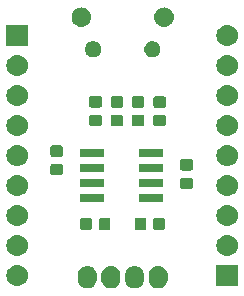
<source format=gbs>
G04 #@! TF.GenerationSoftware,KiCad,Pcbnew,(5.1.2)-1*
G04 #@! TF.CreationDate,2020-01-01T10:54:38+09:00*
G04 #@! TF.ProjectId,converter,636f6e76-6572-4746-9572-2e6b69636164,v1.0*
G04 #@! TF.SameCoordinates,Original*
G04 #@! TF.FileFunction,Soldermask,Bot*
G04 #@! TF.FilePolarity,Negative*
%FSLAX46Y46*%
G04 Gerber Fmt 4.6, Leading zero omitted, Abs format (unit mm)*
G04 Created by KiCad (PCBNEW (5.1.2)-1) date 2020-01-01 10:54:38*
%MOMM*%
%LPD*%
G04 APERTURE LIST*
%ADD10C,0.100000*%
G04 APERTURE END LIST*
D10*
G36*
X109159376Y-149060764D02*
G01*
X109312525Y-149107221D01*
X109312630Y-149107253D01*
X109453863Y-149182744D01*
X109577659Y-149284341D01*
X109679256Y-149408137D01*
X109754747Y-149549370D01*
X109754748Y-149549373D01*
X109801236Y-149702625D01*
X109813000Y-149822068D01*
X109813000Y-150177933D01*
X109801236Y-150297376D01*
X109781332Y-150362991D01*
X109754747Y-150450630D01*
X109679256Y-150591863D01*
X109577659Y-150715659D01*
X109453863Y-150817256D01*
X109312629Y-150892747D01*
X109312626Y-150892748D01*
X109159375Y-150939236D01*
X109000000Y-150954933D01*
X108840624Y-150939236D01*
X108687373Y-150892748D01*
X108687370Y-150892747D01*
X108546137Y-150817256D01*
X108422341Y-150715659D01*
X108320744Y-150591863D01*
X108245253Y-150450629D01*
X108245252Y-150450626D01*
X108198764Y-150297375D01*
X108190921Y-150217746D01*
X108187000Y-150177933D01*
X108187000Y-149822066D01*
X108198764Y-149702626D01*
X108198764Y-149702624D01*
X108245252Y-149549373D01*
X108245253Y-149549370D01*
X108320744Y-149408137D01*
X108422341Y-149284341D01*
X108546137Y-149182744D01*
X108687371Y-149107253D01*
X108687476Y-149107221D01*
X108840625Y-149060764D01*
X109000000Y-149045067D01*
X109159376Y-149060764D01*
X109159376Y-149060764D01*
G37*
G36*
X107159376Y-149060764D02*
G01*
X107312525Y-149107221D01*
X107312630Y-149107253D01*
X107453863Y-149182744D01*
X107577659Y-149284341D01*
X107679256Y-149408137D01*
X107754747Y-149549370D01*
X107754748Y-149549373D01*
X107801236Y-149702625D01*
X107813000Y-149822068D01*
X107813000Y-150177933D01*
X107801236Y-150297376D01*
X107781332Y-150362991D01*
X107754747Y-150450630D01*
X107679256Y-150591863D01*
X107577659Y-150715659D01*
X107453863Y-150817256D01*
X107312629Y-150892747D01*
X107312626Y-150892748D01*
X107159375Y-150939236D01*
X107000000Y-150954933D01*
X106840624Y-150939236D01*
X106687373Y-150892748D01*
X106687370Y-150892747D01*
X106546137Y-150817256D01*
X106422341Y-150715659D01*
X106320744Y-150591863D01*
X106245253Y-150450629D01*
X106245252Y-150450626D01*
X106198764Y-150297375D01*
X106190921Y-150217746D01*
X106187000Y-150177933D01*
X106187000Y-149822066D01*
X106198764Y-149702626D01*
X106198764Y-149702624D01*
X106245252Y-149549373D01*
X106245253Y-149549370D01*
X106320744Y-149408137D01*
X106422341Y-149284341D01*
X106546137Y-149182744D01*
X106687371Y-149107253D01*
X106687476Y-149107221D01*
X106840625Y-149060764D01*
X107000000Y-149045067D01*
X107159376Y-149060764D01*
X107159376Y-149060764D01*
G37*
G36*
X105159376Y-149060764D02*
G01*
X105312525Y-149107221D01*
X105312630Y-149107253D01*
X105453863Y-149182744D01*
X105577659Y-149284341D01*
X105679256Y-149408137D01*
X105754747Y-149549370D01*
X105754748Y-149549373D01*
X105801236Y-149702625D01*
X105813000Y-149822068D01*
X105813000Y-150177933D01*
X105801236Y-150297376D01*
X105781332Y-150362991D01*
X105754747Y-150450630D01*
X105679256Y-150591863D01*
X105577659Y-150715659D01*
X105453863Y-150817256D01*
X105312629Y-150892747D01*
X105312626Y-150892748D01*
X105159375Y-150939236D01*
X105000000Y-150954933D01*
X104840624Y-150939236D01*
X104687373Y-150892748D01*
X104687370Y-150892747D01*
X104546137Y-150817256D01*
X104422341Y-150715659D01*
X104320744Y-150591863D01*
X104245253Y-150450629D01*
X104245252Y-150450626D01*
X104198764Y-150297375D01*
X104190921Y-150217746D01*
X104187000Y-150177933D01*
X104187000Y-149822066D01*
X104198764Y-149702626D01*
X104198764Y-149702624D01*
X104245252Y-149549373D01*
X104245253Y-149549370D01*
X104320744Y-149408137D01*
X104422341Y-149284341D01*
X104546137Y-149182744D01*
X104687371Y-149107253D01*
X104687476Y-149107221D01*
X104840625Y-149060764D01*
X105000000Y-149045067D01*
X105159376Y-149060764D01*
X105159376Y-149060764D01*
G37*
G36*
X111159376Y-149060764D02*
G01*
X111312525Y-149107221D01*
X111312630Y-149107253D01*
X111453863Y-149182744D01*
X111577659Y-149284341D01*
X111679256Y-149408137D01*
X111754747Y-149549370D01*
X111754748Y-149549373D01*
X111801236Y-149702625D01*
X111813000Y-149822068D01*
X111813000Y-150177933D01*
X111801236Y-150297376D01*
X111781332Y-150362991D01*
X111754747Y-150450630D01*
X111679256Y-150591863D01*
X111577659Y-150715659D01*
X111453863Y-150817256D01*
X111312629Y-150892747D01*
X111312626Y-150892748D01*
X111159375Y-150939236D01*
X111000000Y-150954933D01*
X110840624Y-150939236D01*
X110687373Y-150892748D01*
X110687370Y-150892747D01*
X110546137Y-150817256D01*
X110422341Y-150715659D01*
X110320744Y-150591863D01*
X110245253Y-150450629D01*
X110245252Y-150450626D01*
X110198764Y-150297375D01*
X110190921Y-150217746D01*
X110187000Y-150177933D01*
X110187000Y-149822066D01*
X110198764Y-149702626D01*
X110198764Y-149702624D01*
X110245252Y-149549373D01*
X110245253Y-149549370D01*
X110320744Y-149408137D01*
X110422341Y-149284341D01*
X110546137Y-149182744D01*
X110687371Y-149107253D01*
X110687476Y-149107221D01*
X110840625Y-149060764D01*
X111000000Y-149045067D01*
X111159376Y-149060764D01*
X111159376Y-149060764D01*
G37*
G36*
X117741000Y-150761000D02*
G01*
X115939000Y-150761000D01*
X115939000Y-148959000D01*
X117741000Y-148959000D01*
X117741000Y-150761000D01*
X117741000Y-150761000D01*
G37*
G36*
X99170443Y-148965519D02*
G01*
X99236627Y-148972037D01*
X99406466Y-149023557D01*
X99562991Y-149107222D01*
X99598729Y-149136552D01*
X99700186Y-149219814D01*
X99783448Y-149321271D01*
X99812778Y-149357009D01*
X99896443Y-149513534D01*
X99947963Y-149683373D01*
X99965359Y-149860000D01*
X99947963Y-150036627D01*
X99896443Y-150206466D01*
X99812778Y-150362991D01*
X99783448Y-150398729D01*
X99700186Y-150500186D01*
X99598729Y-150583448D01*
X99562991Y-150612778D01*
X99406466Y-150696443D01*
X99236627Y-150747963D01*
X99170443Y-150754481D01*
X99104260Y-150761000D01*
X99015740Y-150761000D01*
X98949557Y-150754481D01*
X98883373Y-150747963D01*
X98713534Y-150696443D01*
X98557009Y-150612778D01*
X98521271Y-150583448D01*
X98419814Y-150500186D01*
X98336552Y-150398729D01*
X98307222Y-150362991D01*
X98223557Y-150206466D01*
X98172037Y-150036627D01*
X98154641Y-149860000D01*
X98172037Y-149683373D01*
X98223557Y-149513534D01*
X98307222Y-149357009D01*
X98336552Y-149321271D01*
X98419814Y-149219814D01*
X98521271Y-149136552D01*
X98557009Y-149107222D01*
X98713534Y-149023557D01*
X98883373Y-148972037D01*
X98949557Y-148965519D01*
X99015740Y-148959000D01*
X99104260Y-148959000D01*
X99170443Y-148965519D01*
X99170443Y-148965519D01*
G37*
G36*
X116950442Y-146425518D02*
G01*
X117016627Y-146432037D01*
X117186466Y-146483557D01*
X117342991Y-146567222D01*
X117378729Y-146596552D01*
X117480186Y-146679814D01*
X117563448Y-146781271D01*
X117592778Y-146817009D01*
X117676443Y-146973534D01*
X117727963Y-147143373D01*
X117745359Y-147320000D01*
X117727963Y-147496627D01*
X117676443Y-147666466D01*
X117592778Y-147822991D01*
X117563448Y-147858729D01*
X117480186Y-147960186D01*
X117378729Y-148043448D01*
X117342991Y-148072778D01*
X117186466Y-148156443D01*
X117016627Y-148207963D01*
X116950442Y-148214482D01*
X116884260Y-148221000D01*
X116795740Y-148221000D01*
X116729558Y-148214482D01*
X116663373Y-148207963D01*
X116493534Y-148156443D01*
X116337009Y-148072778D01*
X116301271Y-148043448D01*
X116199814Y-147960186D01*
X116116552Y-147858729D01*
X116087222Y-147822991D01*
X116003557Y-147666466D01*
X115952037Y-147496627D01*
X115934641Y-147320000D01*
X115952037Y-147143373D01*
X116003557Y-146973534D01*
X116087222Y-146817009D01*
X116116552Y-146781271D01*
X116199814Y-146679814D01*
X116301271Y-146596552D01*
X116337009Y-146567222D01*
X116493534Y-146483557D01*
X116663373Y-146432037D01*
X116729558Y-146425518D01*
X116795740Y-146419000D01*
X116884260Y-146419000D01*
X116950442Y-146425518D01*
X116950442Y-146425518D01*
G37*
G36*
X99170442Y-146425518D02*
G01*
X99236627Y-146432037D01*
X99406466Y-146483557D01*
X99562991Y-146567222D01*
X99598729Y-146596552D01*
X99700186Y-146679814D01*
X99783448Y-146781271D01*
X99812778Y-146817009D01*
X99896443Y-146973534D01*
X99947963Y-147143373D01*
X99965359Y-147320000D01*
X99947963Y-147496627D01*
X99896443Y-147666466D01*
X99812778Y-147822991D01*
X99783448Y-147858729D01*
X99700186Y-147960186D01*
X99598729Y-148043448D01*
X99562991Y-148072778D01*
X99406466Y-148156443D01*
X99236627Y-148207963D01*
X99170442Y-148214482D01*
X99104260Y-148221000D01*
X99015740Y-148221000D01*
X98949558Y-148214482D01*
X98883373Y-148207963D01*
X98713534Y-148156443D01*
X98557009Y-148072778D01*
X98521271Y-148043448D01*
X98419814Y-147960186D01*
X98336552Y-147858729D01*
X98307222Y-147822991D01*
X98223557Y-147666466D01*
X98172037Y-147496627D01*
X98154641Y-147320000D01*
X98172037Y-147143373D01*
X98223557Y-146973534D01*
X98307222Y-146817009D01*
X98336552Y-146781271D01*
X98419814Y-146679814D01*
X98521271Y-146596552D01*
X98557009Y-146567222D01*
X98713534Y-146483557D01*
X98883373Y-146432037D01*
X98949558Y-146425518D01*
X99015740Y-146419000D01*
X99104260Y-146419000D01*
X99170442Y-146425518D01*
X99170442Y-146425518D01*
G37*
G36*
X106817591Y-144978085D02*
G01*
X106851569Y-144988393D01*
X106882890Y-145005134D01*
X106910339Y-145027661D01*
X106932866Y-145055110D01*
X106949607Y-145086431D01*
X106959915Y-145120409D01*
X106964000Y-145161890D01*
X106964000Y-145838110D01*
X106959915Y-145879591D01*
X106949607Y-145913569D01*
X106932866Y-145944890D01*
X106910339Y-145972339D01*
X106882890Y-145994866D01*
X106851569Y-146011607D01*
X106817591Y-146021915D01*
X106776110Y-146026000D01*
X106174890Y-146026000D01*
X106133409Y-146021915D01*
X106099431Y-146011607D01*
X106068110Y-145994866D01*
X106040661Y-145972339D01*
X106018134Y-145944890D01*
X106001393Y-145913569D01*
X105991085Y-145879591D01*
X105987000Y-145838110D01*
X105987000Y-145161890D01*
X105991085Y-145120409D01*
X106001393Y-145086431D01*
X106018134Y-145055110D01*
X106040661Y-145027661D01*
X106068110Y-145005134D01*
X106099431Y-144988393D01*
X106133409Y-144978085D01*
X106174890Y-144974000D01*
X106776110Y-144974000D01*
X106817591Y-144978085D01*
X106817591Y-144978085D01*
G37*
G36*
X105242591Y-144978085D02*
G01*
X105276569Y-144988393D01*
X105307890Y-145005134D01*
X105335339Y-145027661D01*
X105357866Y-145055110D01*
X105374607Y-145086431D01*
X105384915Y-145120409D01*
X105389000Y-145161890D01*
X105389000Y-145838110D01*
X105384915Y-145879591D01*
X105374607Y-145913569D01*
X105357866Y-145944890D01*
X105335339Y-145972339D01*
X105307890Y-145994866D01*
X105276569Y-146011607D01*
X105242591Y-146021915D01*
X105201110Y-146026000D01*
X104599890Y-146026000D01*
X104558409Y-146021915D01*
X104524431Y-146011607D01*
X104493110Y-145994866D01*
X104465661Y-145972339D01*
X104443134Y-145944890D01*
X104426393Y-145913569D01*
X104416085Y-145879591D01*
X104412000Y-145838110D01*
X104412000Y-145161890D01*
X104416085Y-145120409D01*
X104426393Y-145086431D01*
X104443134Y-145055110D01*
X104465661Y-145027661D01*
X104493110Y-145005134D01*
X104524431Y-144988393D01*
X104558409Y-144978085D01*
X104599890Y-144974000D01*
X105201110Y-144974000D01*
X105242591Y-144978085D01*
X105242591Y-144978085D01*
G37*
G36*
X109842591Y-144978085D02*
G01*
X109876569Y-144988393D01*
X109907890Y-145005134D01*
X109935339Y-145027661D01*
X109957866Y-145055110D01*
X109974607Y-145086431D01*
X109984915Y-145120409D01*
X109989000Y-145161890D01*
X109989000Y-145838110D01*
X109984915Y-145879591D01*
X109974607Y-145913569D01*
X109957866Y-145944890D01*
X109935339Y-145972339D01*
X109907890Y-145994866D01*
X109876569Y-146011607D01*
X109842591Y-146021915D01*
X109801110Y-146026000D01*
X109199890Y-146026000D01*
X109158409Y-146021915D01*
X109124431Y-146011607D01*
X109093110Y-145994866D01*
X109065661Y-145972339D01*
X109043134Y-145944890D01*
X109026393Y-145913569D01*
X109016085Y-145879591D01*
X109012000Y-145838110D01*
X109012000Y-145161890D01*
X109016085Y-145120409D01*
X109026393Y-145086431D01*
X109043134Y-145055110D01*
X109065661Y-145027661D01*
X109093110Y-145005134D01*
X109124431Y-144988393D01*
X109158409Y-144978085D01*
X109199890Y-144974000D01*
X109801110Y-144974000D01*
X109842591Y-144978085D01*
X109842591Y-144978085D01*
G37*
G36*
X111417591Y-144978085D02*
G01*
X111451569Y-144988393D01*
X111482890Y-145005134D01*
X111510339Y-145027661D01*
X111532866Y-145055110D01*
X111549607Y-145086431D01*
X111559915Y-145120409D01*
X111564000Y-145161890D01*
X111564000Y-145838110D01*
X111559915Y-145879591D01*
X111549607Y-145913569D01*
X111532866Y-145944890D01*
X111510339Y-145972339D01*
X111482890Y-145994866D01*
X111451569Y-146011607D01*
X111417591Y-146021915D01*
X111376110Y-146026000D01*
X110774890Y-146026000D01*
X110733409Y-146021915D01*
X110699431Y-146011607D01*
X110668110Y-145994866D01*
X110640661Y-145972339D01*
X110618134Y-145944890D01*
X110601393Y-145913569D01*
X110591085Y-145879591D01*
X110587000Y-145838110D01*
X110587000Y-145161890D01*
X110591085Y-145120409D01*
X110601393Y-145086431D01*
X110618134Y-145055110D01*
X110640661Y-145027661D01*
X110668110Y-145005134D01*
X110699431Y-144988393D01*
X110733409Y-144978085D01*
X110774890Y-144974000D01*
X111376110Y-144974000D01*
X111417591Y-144978085D01*
X111417591Y-144978085D01*
G37*
G36*
X99170443Y-143885519D02*
G01*
X99236627Y-143892037D01*
X99406466Y-143943557D01*
X99562991Y-144027222D01*
X99598729Y-144056552D01*
X99700186Y-144139814D01*
X99783448Y-144241271D01*
X99812778Y-144277009D01*
X99896443Y-144433534D01*
X99947963Y-144603373D01*
X99965359Y-144780000D01*
X99947963Y-144956627D01*
X99896443Y-145126466D01*
X99812778Y-145282991D01*
X99783448Y-145318729D01*
X99700186Y-145420186D01*
X99598729Y-145503448D01*
X99562991Y-145532778D01*
X99406466Y-145616443D01*
X99236627Y-145667963D01*
X99170443Y-145674481D01*
X99104260Y-145681000D01*
X99015740Y-145681000D01*
X98949557Y-145674481D01*
X98883373Y-145667963D01*
X98713534Y-145616443D01*
X98557009Y-145532778D01*
X98521271Y-145503448D01*
X98419814Y-145420186D01*
X98336552Y-145318729D01*
X98307222Y-145282991D01*
X98223557Y-145126466D01*
X98172037Y-144956627D01*
X98154641Y-144780000D01*
X98172037Y-144603373D01*
X98223557Y-144433534D01*
X98307222Y-144277009D01*
X98336552Y-144241271D01*
X98419814Y-144139814D01*
X98521271Y-144056552D01*
X98557009Y-144027222D01*
X98713534Y-143943557D01*
X98883373Y-143892037D01*
X98949557Y-143885519D01*
X99015740Y-143879000D01*
X99104260Y-143879000D01*
X99170443Y-143885519D01*
X99170443Y-143885519D01*
G37*
G36*
X116950443Y-143885519D02*
G01*
X117016627Y-143892037D01*
X117186466Y-143943557D01*
X117342991Y-144027222D01*
X117378729Y-144056552D01*
X117480186Y-144139814D01*
X117563448Y-144241271D01*
X117592778Y-144277009D01*
X117676443Y-144433534D01*
X117727963Y-144603373D01*
X117745359Y-144780000D01*
X117727963Y-144956627D01*
X117676443Y-145126466D01*
X117592778Y-145282991D01*
X117563448Y-145318729D01*
X117480186Y-145420186D01*
X117378729Y-145503448D01*
X117342991Y-145532778D01*
X117186466Y-145616443D01*
X117016627Y-145667963D01*
X116950443Y-145674481D01*
X116884260Y-145681000D01*
X116795740Y-145681000D01*
X116729557Y-145674481D01*
X116663373Y-145667963D01*
X116493534Y-145616443D01*
X116337009Y-145532778D01*
X116301271Y-145503448D01*
X116199814Y-145420186D01*
X116116552Y-145318729D01*
X116087222Y-145282991D01*
X116003557Y-145126466D01*
X115952037Y-144956627D01*
X115934641Y-144780000D01*
X115952037Y-144603373D01*
X116003557Y-144433534D01*
X116087222Y-144277009D01*
X116116552Y-144241271D01*
X116199814Y-144139814D01*
X116301271Y-144056552D01*
X116337009Y-144027222D01*
X116493534Y-143943557D01*
X116663373Y-143892037D01*
X116729557Y-143885519D01*
X116795740Y-143879000D01*
X116884260Y-143879000D01*
X116950443Y-143885519D01*
X116950443Y-143885519D01*
G37*
G36*
X111309928Y-142956764D02*
G01*
X111331009Y-142963160D01*
X111350445Y-142973548D01*
X111367476Y-142987524D01*
X111381452Y-143004555D01*
X111391840Y-143023991D01*
X111398236Y-143045072D01*
X111401000Y-143073140D01*
X111401000Y-143536860D01*
X111398236Y-143564928D01*
X111391840Y-143586009D01*
X111381452Y-143605445D01*
X111367476Y-143622476D01*
X111350445Y-143636452D01*
X111331009Y-143646840D01*
X111309928Y-143653236D01*
X111281860Y-143656000D01*
X109468140Y-143656000D01*
X109440072Y-143653236D01*
X109418991Y-143646840D01*
X109399555Y-143636452D01*
X109382524Y-143622476D01*
X109368548Y-143605445D01*
X109358160Y-143586009D01*
X109351764Y-143564928D01*
X109349000Y-143536860D01*
X109349000Y-143073140D01*
X109351764Y-143045072D01*
X109358160Y-143023991D01*
X109368548Y-143004555D01*
X109382524Y-142987524D01*
X109399555Y-142973548D01*
X109418991Y-142963160D01*
X109440072Y-142956764D01*
X109468140Y-142954000D01*
X111281860Y-142954000D01*
X111309928Y-142956764D01*
X111309928Y-142956764D01*
G37*
G36*
X106359928Y-142956764D02*
G01*
X106381009Y-142963160D01*
X106400445Y-142973548D01*
X106417476Y-142987524D01*
X106431452Y-143004555D01*
X106441840Y-143023991D01*
X106448236Y-143045072D01*
X106451000Y-143073140D01*
X106451000Y-143536860D01*
X106448236Y-143564928D01*
X106441840Y-143586009D01*
X106431452Y-143605445D01*
X106417476Y-143622476D01*
X106400445Y-143636452D01*
X106381009Y-143646840D01*
X106359928Y-143653236D01*
X106331860Y-143656000D01*
X104518140Y-143656000D01*
X104490072Y-143653236D01*
X104468991Y-143646840D01*
X104449555Y-143636452D01*
X104432524Y-143622476D01*
X104418548Y-143605445D01*
X104408160Y-143586009D01*
X104401764Y-143564928D01*
X104399000Y-143536860D01*
X104399000Y-143073140D01*
X104401764Y-143045072D01*
X104408160Y-143023991D01*
X104418548Y-143004555D01*
X104432524Y-142987524D01*
X104449555Y-142973548D01*
X104468991Y-142963160D01*
X104490072Y-142956764D01*
X104518140Y-142954000D01*
X106331860Y-142954000D01*
X106359928Y-142956764D01*
X106359928Y-142956764D01*
G37*
G36*
X116950442Y-141345518D02*
G01*
X117016627Y-141352037D01*
X117186466Y-141403557D01*
X117342991Y-141487222D01*
X117378729Y-141516552D01*
X117480186Y-141599814D01*
X117551543Y-141686764D01*
X117592778Y-141737009D01*
X117676443Y-141893534D01*
X117727963Y-142063373D01*
X117745359Y-142240000D01*
X117727963Y-142416627D01*
X117676443Y-142586466D01*
X117592778Y-142742991D01*
X117563448Y-142778729D01*
X117480186Y-142880186D01*
X117390242Y-142954000D01*
X117342991Y-142992778D01*
X117342989Y-142992779D01*
X117192646Y-143073140D01*
X117186466Y-143076443D01*
X117016627Y-143127963D01*
X116950443Y-143134481D01*
X116884260Y-143141000D01*
X116795740Y-143141000D01*
X116729557Y-143134481D01*
X116663373Y-143127963D01*
X116493534Y-143076443D01*
X116487355Y-143073140D01*
X116337011Y-142992779D01*
X116337009Y-142992778D01*
X116289758Y-142954000D01*
X116199814Y-142880186D01*
X116116552Y-142778729D01*
X116087222Y-142742991D01*
X116003557Y-142586466D01*
X115952037Y-142416627D01*
X115934641Y-142240000D01*
X115952037Y-142063373D01*
X116003557Y-141893534D01*
X116087222Y-141737009D01*
X116128457Y-141686764D01*
X116199814Y-141599814D01*
X116301271Y-141516552D01*
X116337009Y-141487222D01*
X116493534Y-141403557D01*
X116663373Y-141352037D01*
X116729558Y-141345518D01*
X116795740Y-141339000D01*
X116884260Y-141339000D01*
X116950442Y-141345518D01*
X116950442Y-141345518D01*
G37*
G36*
X99170442Y-141345518D02*
G01*
X99236627Y-141352037D01*
X99406466Y-141403557D01*
X99562991Y-141487222D01*
X99598729Y-141516552D01*
X99700186Y-141599814D01*
X99771543Y-141686764D01*
X99812778Y-141737009D01*
X99896443Y-141893534D01*
X99947963Y-142063373D01*
X99965359Y-142240000D01*
X99947963Y-142416627D01*
X99896443Y-142586466D01*
X99812778Y-142742991D01*
X99783448Y-142778729D01*
X99700186Y-142880186D01*
X99610242Y-142954000D01*
X99562991Y-142992778D01*
X99562989Y-142992779D01*
X99412646Y-143073140D01*
X99406466Y-143076443D01*
X99236627Y-143127963D01*
X99170443Y-143134481D01*
X99104260Y-143141000D01*
X99015740Y-143141000D01*
X98949557Y-143134481D01*
X98883373Y-143127963D01*
X98713534Y-143076443D01*
X98707355Y-143073140D01*
X98557011Y-142992779D01*
X98557009Y-142992778D01*
X98509758Y-142954000D01*
X98419814Y-142880186D01*
X98336552Y-142778729D01*
X98307222Y-142742991D01*
X98223557Y-142586466D01*
X98172037Y-142416627D01*
X98154641Y-142240000D01*
X98172037Y-142063373D01*
X98223557Y-141893534D01*
X98307222Y-141737009D01*
X98348457Y-141686764D01*
X98419814Y-141599814D01*
X98521271Y-141516552D01*
X98557009Y-141487222D01*
X98713534Y-141403557D01*
X98883373Y-141352037D01*
X98949558Y-141345518D01*
X99015740Y-141339000D01*
X99104260Y-141339000D01*
X99170442Y-141345518D01*
X99170442Y-141345518D01*
G37*
G36*
X113779591Y-141591085D02*
G01*
X113813569Y-141601393D01*
X113844890Y-141618134D01*
X113872339Y-141640661D01*
X113894866Y-141668110D01*
X113911607Y-141699431D01*
X113921915Y-141733409D01*
X113926000Y-141774890D01*
X113926000Y-142376110D01*
X113921915Y-142417591D01*
X113911607Y-142451569D01*
X113894866Y-142482890D01*
X113872339Y-142510339D01*
X113844890Y-142532866D01*
X113813569Y-142549607D01*
X113779591Y-142559915D01*
X113738110Y-142564000D01*
X113061890Y-142564000D01*
X113020409Y-142559915D01*
X112986431Y-142549607D01*
X112955110Y-142532866D01*
X112927661Y-142510339D01*
X112905134Y-142482890D01*
X112888393Y-142451569D01*
X112878085Y-142417591D01*
X112874000Y-142376110D01*
X112874000Y-141774890D01*
X112878085Y-141733409D01*
X112888393Y-141699431D01*
X112905134Y-141668110D01*
X112927661Y-141640661D01*
X112955110Y-141618134D01*
X112986431Y-141601393D01*
X113020409Y-141591085D01*
X113061890Y-141587000D01*
X113738110Y-141587000D01*
X113779591Y-141591085D01*
X113779591Y-141591085D01*
G37*
G36*
X111309928Y-141686764D02*
G01*
X111331009Y-141693160D01*
X111350445Y-141703548D01*
X111367476Y-141717524D01*
X111381452Y-141734555D01*
X111391840Y-141753991D01*
X111398236Y-141775072D01*
X111401000Y-141803140D01*
X111401000Y-142266860D01*
X111398236Y-142294928D01*
X111391840Y-142316009D01*
X111381452Y-142335445D01*
X111367476Y-142352476D01*
X111350445Y-142366452D01*
X111331009Y-142376840D01*
X111309928Y-142383236D01*
X111281860Y-142386000D01*
X109468140Y-142386000D01*
X109440072Y-142383236D01*
X109418991Y-142376840D01*
X109399555Y-142366452D01*
X109382524Y-142352476D01*
X109368548Y-142335445D01*
X109358160Y-142316009D01*
X109351764Y-142294928D01*
X109349000Y-142266860D01*
X109349000Y-141803140D01*
X109351764Y-141775072D01*
X109358160Y-141753991D01*
X109368548Y-141734555D01*
X109382524Y-141717524D01*
X109399555Y-141703548D01*
X109418991Y-141693160D01*
X109440072Y-141686764D01*
X109468140Y-141684000D01*
X111281860Y-141684000D01*
X111309928Y-141686764D01*
X111309928Y-141686764D01*
G37*
G36*
X106359928Y-141686764D02*
G01*
X106381009Y-141693160D01*
X106400445Y-141703548D01*
X106417476Y-141717524D01*
X106431452Y-141734555D01*
X106441840Y-141753991D01*
X106448236Y-141775072D01*
X106451000Y-141803140D01*
X106451000Y-142266860D01*
X106448236Y-142294928D01*
X106441840Y-142316009D01*
X106431452Y-142335445D01*
X106417476Y-142352476D01*
X106400445Y-142366452D01*
X106381009Y-142376840D01*
X106359928Y-142383236D01*
X106331860Y-142386000D01*
X104518140Y-142386000D01*
X104490072Y-142383236D01*
X104468991Y-142376840D01*
X104449555Y-142366452D01*
X104432524Y-142352476D01*
X104418548Y-142335445D01*
X104408160Y-142316009D01*
X104401764Y-142294928D01*
X104399000Y-142266860D01*
X104399000Y-141803140D01*
X104401764Y-141775072D01*
X104408160Y-141753991D01*
X104418548Y-141734555D01*
X104432524Y-141717524D01*
X104449555Y-141703548D01*
X104468991Y-141693160D01*
X104490072Y-141686764D01*
X104518140Y-141684000D01*
X106331860Y-141684000D01*
X106359928Y-141686764D01*
X106359928Y-141686764D01*
G37*
G36*
X102779591Y-140415085D02*
G01*
X102813569Y-140425393D01*
X102844890Y-140442134D01*
X102872339Y-140464661D01*
X102894866Y-140492110D01*
X102911607Y-140523431D01*
X102921915Y-140557409D01*
X102926000Y-140598890D01*
X102926000Y-141200110D01*
X102921915Y-141241591D01*
X102911607Y-141275569D01*
X102894866Y-141306890D01*
X102872339Y-141334339D01*
X102844890Y-141356866D01*
X102813569Y-141373607D01*
X102779591Y-141383915D01*
X102738110Y-141388000D01*
X102061890Y-141388000D01*
X102020409Y-141383915D01*
X101986431Y-141373607D01*
X101955110Y-141356866D01*
X101927661Y-141334339D01*
X101905134Y-141306890D01*
X101888393Y-141275569D01*
X101878085Y-141241591D01*
X101874000Y-141200110D01*
X101874000Y-140598890D01*
X101878085Y-140557409D01*
X101888393Y-140523431D01*
X101905134Y-140492110D01*
X101927661Y-140464661D01*
X101955110Y-140442134D01*
X101986431Y-140425393D01*
X102020409Y-140415085D01*
X102061890Y-140411000D01*
X102738110Y-140411000D01*
X102779591Y-140415085D01*
X102779591Y-140415085D01*
G37*
G36*
X111309928Y-140416764D02*
G01*
X111331009Y-140423160D01*
X111350445Y-140433548D01*
X111367476Y-140447524D01*
X111381452Y-140464555D01*
X111391840Y-140483991D01*
X111398236Y-140505072D01*
X111401000Y-140533140D01*
X111401000Y-140996860D01*
X111398236Y-141024928D01*
X111391840Y-141046009D01*
X111381452Y-141065445D01*
X111367476Y-141082476D01*
X111350445Y-141096452D01*
X111331009Y-141106840D01*
X111309928Y-141113236D01*
X111281860Y-141116000D01*
X109468140Y-141116000D01*
X109440072Y-141113236D01*
X109418991Y-141106840D01*
X109399555Y-141096452D01*
X109382524Y-141082476D01*
X109368548Y-141065445D01*
X109358160Y-141046009D01*
X109351764Y-141024928D01*
X109349000Y-140996860D01*
X109349000Y-140533140D01*
X109351764Y-140505072D01*
X109358160Y-140483991D01*
X109368548Y-140464555D01*
X109382524Y-140447524D01*
X109399555Y-140433548D01*
X109418991Y-140423160D01*
X109440072Y-140416764D01*
X109468140Y-140414000D01*
X111281860Y-140414000D01*
X111309928Y-140416764D01*
X111309928Y-140416764D01*
G37*
G36*
X106359928Y-140416764D02*
G01*
X106381009Y-140423160D01*
X106400445Y-140433548D01*
X106417476Y-140447524D01*
X106431452Y-140464555D01*
X106441840Y-140483991D01*
X106448236Y-140505072D01*
X106451000Y-140533140D01*
X106451000Y-140996860D01*
X106448236Y-141024928D01*
X106441840Y-141046009D01*
X106431452Y-141065445D01*
X106417476Y-141082476D01*
X106400445Y-141096452D01*
X106381009Y-141106840D01*
X106359928Y-141113236D01*
X106331860Y-141116000D01*
X104518140Y-141116000D01*
X104490072Y-141113236D01*
X104468991Y-141106840D01*
X104449555Y-141096452D01*
X104432524Y-141082476D01*
X104418548Y-141065445D01*
X104408160Y-141046009D01*
X104401764Y-141024928D01*
X104399000Y-140996860D01*
X104399000Y-140533140D01*
X104401764Y-140505072D01*
X104408160Y-140483991D01*
X104418548Y-140464555D01*
X104432524Y-140447524D01*
X104449555Y-140433548D01*
X104468991Y-140423160D01*
X104490072Y-140416764D01*
X104518140Y-140414000D01*
X106331860Y-140414000D01*
X106359928Y-140416764D01*
X106359928Y-140416764D01*
G37*
G36*
X113779591Y-140016085D02*
G01*
X113813569Y-140026393D01*
X113844890Y-140043134D01*
X113872339Y-140065661D01*
X113894866Y-140093110D01*
X113911607Y-140124431D01*
X113921915Y-140158409D01*
X113926000Y-140199890D01*
X113926000Y-140801110D01*
X113921915Y-140842591D01*
X113911607Y-140876569D01*
X113894866Y-140907890D01*
X113872339Y-140935339D01*
X113844890Y-140957866D01*
X113813569Y-140974607D01*
X113779591Y-140984915D01*
X113738110Y-140989000D01*
X113061890Y-140989000D01*
X113020409Y-140984915D01*
X112986431Y-140974607D01*
X112955110Y-140957866D01*
X112927661Y-140935339D01*
X112905134Y-140907890D01*
X112888393Y-140876569D01*
X112878085Y-140842591D01*
X112874000Y-140801110D01*
X112874000Y-140199890D01*
X112878085Y-140158409D01*
X112888393Y-140124431D01*
X112905134Y-140093110D01*
X112927661Y-140065661D01*
X112955110Y-140043134D01*
X112986431Y-140026393D01*
X113020409Y-140016085D01*
X113061890Y-140012000D01*
X113738110Y-140012000D01*
X113779591Y-140016085D01*
X113779591Y-140016085D01*
G37*
G36*
X99170442Y-138805518D02*
G01*
X99236627Y-138812037D01*
X99406466Y-138863557D01*
X99562991Y-138947222D01*
X99598729Y-138976552D01*
X99700186Y-139059814D01*
X99771543Y-139146764D01*
X99812778Y-139197009D01*
X99896443Y-139353534D01*
X99947963Y-139523373D01*
X99965359Y-139700000D01*
X99947963Y-139876627D01*
X99896443Y-140046466D01*
X99812778Y-140202991D01*
X99783448Y-140238729D01*
X99700186Y-140340186D01*
X99610242Y-140414000D01*
X99562991Y-140452778D01*
X99504596Y-140483991D01*
X99412646Y-140533140D01*
X99406466Y-140536443D01*
X99236627Y-140587963D01*
X99170442Y-140594482D01*
X99104260Y-140601000D01*
X99015740Y-140601000D01*
X98949558Y-140594482D01*
X98883373Y-140587963D01*
X98713534Y-140536443D01*
X98707355Y-140533140D01*
X98615404Y-140483991D01*
X98557009Y-140452778D01*
X98509758Y-140414000D01*
X98419814Y-140340186D01*
X98336552Y-140238729D01*
X98307222Y-140202991D01*
X98223557Y-140046466D01*
X98172037Y-139876627D01*
X98154641Y-139700000D01*
X98172037Y-139523373D01*
X98223557Y-139353534D01*
X98307222Y-139197009D01*
X98348457Y-139146764D01*
X98419814Y-139059814D01*
X98521271Y-138976552D01*
X98557009Y-138947222D01*
X98713534Y-138863557D01*
X98883373Y-138812037D01*
X98949558Y-138805518D01*
X99015740Y-138799000D01*
X99104260Y-138799000D01*
X99170442Y-138805518D01*
X99170442Y-138805518D01*
G37*
G36*
X116950442Y-138805518D02*
G01*
X117016627Y-138812037D01*
X117186466Y-138863557D01*
X117342991Y-138947222D01*
X117378729Y-138976552D01*
X117480186Y-139059814D01*
X117551543Y-139146764D01*
X117592778Y-139197009D01*
X117676443Y-139353534D01*
X117727963Y-139523373D01*
X117745359Y-139700000D01*
X117727963Y-139876627D01*
X117676443Y-140046466D01*
X117592778Y-140202991D01*
X117563448Y-140238729D01*
X117480186Y-140340186D01*
X117390242Y-140414000D01*
X117342991Y-140452778D01*
X117284596Y-140483991D01*
X117192646Y-140533140D01*
X117186466Y-140536443D01*
X117016627Y-140587963D01*
X116950442Y-140594482D01*
X116884260Y-140601000D01*
X116795740Y-140601000D01*
X116729558Y-140594482D01*
X116663373Y-140587963D01*
X116493534Y-140536443D01*
X116487355Y-140533140D01*
X116395404Y-140483991D01*
X116337009Y-140452778D01*
X116289758Y-140414000D01*
X116199814Y-140340186D01*
X116116552Y-140238729D01*
X116087222Y-140202991D01*
X116003557Y-140046466D01*
X115952037Y-139876627D01*
X115934641Y-139700000D01*
X115952037Y-139523373D01*
X116003557Y-139353534D01*
X116087222Y-139197009D01*
X116128457Y-139146764D01*
X116199814Y-139059814D01*
X116301271Y-138976552D01*
X116337009Y-138947222D01*
X116493534Y-138863557D01*
X116663373Y-138812037D01*
X116729558Y-138805518D01*
X116795740Y-138799000D01*
X116884260Y-138799000D01*
X116950442Y-138805518D01*
X116950442Y-138805518D01*
G37*
G36*
X111309928Y-139146764D02*
G01*
X111331009Y-139153160D01*
X111350445Y-139163548D01*
X111367476Y-139177524D01*
X111381452Y-139194555D01*
X111391840Y-139213991D01*
X111398236Y-139235072D01*
X111401000Y-139263140D01*
X111401000Y-139726860D01*
X111398236Y-139754928D01*
X111391840Y-139776009D01*
X111381452Y-139795445D01*
X111367476Y-139812476D01*
X111350445Y-139826452D01*
X111331009Y-139836840D01*
X111309928Y-139843236D01*
X111281860Y-139846000D01*
X109468140Y-139846000D01*
X109440072Y-139843236D01*
X109418991Y-139836840D01*
X109399555Y-139826452D01*
X109382524Y-139812476D01*
X109368548Y-139795445D01*
X109358160Y-139776009D01*
X109351764Y-139754928D01*
X109349000Y-139726860D01*
X109349000Y-139263140D01*
X109351764Y-139235072D01*
X109358160Y-139213991D01*
X109368548Y-139194555D01*
X109382524Y-139177524D01*
X109399555Y-139163548D01*
X109418991Y-139153160D01*
X109440072Y-139146764D01*
X109468140Y-139144000D01*
X111281860Y-139144000D01*
X111309928Y-139146764D01*
X111309928Y-139146764D01*
G37*
G36*
X106359928Y-139146764D02*
G01*
X106381009Y-139153160D01*
X106400445Y-139163548D01*
X106417476Y-139177524D01*
X106431452Y-139194555D01*
X106441840Y-139213991D01*
X106448236Y-139235072D01*
X106451000Y-139263140D01*
X106451000Y-139726860D01*
X106448236Y-139754928D01*
X106441840Y-139776009D01*
X106431452Y-139795445D01*
X106417476Y-139812476D01*
X106400445Y-139826452D01*
X106381009Y-139836840D01*
X106359928Y-139843236D01*
X106331860Y-139846000D01*
X104518140Y-139846000D01*
X104490072Y-139843236D01*
X104468991Y-139836840D01*
X104449555Y-139826452D01*
X104432524Y-139812476D01*
X104418548Y-139795445D01*
X104408160Y-139776009D01*
X104401764Y-139754928D01*
X104399000Y-139726860D01*
X104399000Y-139263140D01*
X104401764Y-139235072D01*
X104408160Y-139213991D01*
X104418548Y-139194555D01*
X104432524Y-139177524D01*
X104449555Y-139163548D01*
X104468991Y-139153160D01*
X104490072Y-139146764D01*
X104518140Y-139144000D01*
X106331860Y-139144000D01*
X106359928Y-139146764D01*
X106359928Y-139146764D01*
G37*
G36*
X102779591Y-138840085D02*
G01*
X102813569Y-138850393D01*
X102844890Y-138867134D01*
X102872339Y-138889661D01*
X102894866Y-138917110D01*
X102911607Y-138948431D01*
X102921915Y-138982409D01*
X102926000Y-139023890D01*
X102926000Y-139625110D01*
X102921915Y-139666591D01*
X102911607Y-139700569D01*
X102894866Y-139731890D01*
X102872339Y-139759339D01*
X102844890Y-139781866D01*
X102813569Y-139798607D01*
X102779591Y-139808915D01*
X102738110Y-139813000D01*
X102061890Y-139813000D01*
X102020409Y-139808915D01*
X101986431Y-139798607D01*
X101955110Y-139781866D01*
X101927661Y-139759339D01*
X101905134Y-139731890D01*
X101888393Y-139700569D01*
X101878085Y-139666591D01*
X101874000Y-139625110D01*
X101874000Y-139023890D01*
X101878085Y-138982409D01*
X101888393Y-138948431D01*
X101905134Y-138917110D01*
X101927661Y-138889661D01*
X101955110Y-138867134D01*
X101986431Y-138850393D01*
X102020409Y-138840085D01*
X102061890Y-138836000D01*
X102738110Y-138836000D01*
X102779591Y-138840085D01*
X102779591Y-138840085D01*
G37*
G36*
X116928862Y-136263393D02*
G01*
X117016627Y-136272037D01*
X117186466Y-136323557D01*
X117342991Y-136407222D01*
X117378729Y-136436552D01*
X117480186Y-136519814D01*
X117563448Y-136621271D01*
X117592778Y-136657009D01*
X117676443Y-136813534D01*
X117727963Y-136983373D01*
X117745359Y-137160000D01*
X117727963Y-137336627D01*
X117676443Y-137506466D01*
X117592778Y-137662991D01*
X117563448Y-137698729D01*
X117480186Y-137800186D01*
X117378729Y-137883448D01*
X117342991Y-137912778D01*
X117186466Y-137996443D01*
X117016627Y-138047963D01*
X116950442Y-138054482D01*
X116884260Y-138061000D01*
X116795740Y-138061000D01*
X116729558Y-138054482D01*
X116663373Y-138047963D01*
X116493534Y-137996443D01*
X116337009Y-137912778D01*
X116301271Y-137883448D01*
X116199814Y-137800186D01*
X116116552Y-137698729D01*
X116087222Y-137662991D01*
X116003557Y-137506466D01*
X115952037Y-137336627D01*
X115934641Y-137160000D01*
X115952037Y-136983373D01*
X116003557Y-136813534D01*
X116087222Y-136657009D01*
X116116552Y-136621271D01*
X116199814Y-136519814D01*
X116301271Y-136436552D01*
X116337009Y-136407222D01*
X116493534Y-136323557D01*
X116663373Y-136272037D01*
X116751138Y-136263393D01*
X116795740Y-136259000D01*
X116884260Y-136259000D01*
X116928862Y-136263393D01*
X116928862Y-136263393D01*
G37*
G36*
X99148862Y-136263393D02*
G01*
X99236627Y-136272037D01*
X99406466Y-136323557D01*
X99562991Y-136407222D01*
X99598729Y-136436552D01*
X99700186Y-136519814D01*
X99783448Y-136621271D01*
X99812778Y-136657009D01*
X99896443Y-136813534D01*
X99947963Y-136983373D01*
X99965359Y-137160000D01*
X99947963Y-137336627D01*
X99896443Y-137506466D01*
X99812778Y-137662991D01*
X99783448Y-137698729D01*
X99700186Y-137800186D01*
X99598729Y-137883448D01*
X99562991Y-137912778D01*
X99406466Y-137996443D01*
X99236627Y-138047963D01*
X99170442Y-138054482D01*
X99104260Y-138061000D01*
X99015740Y-138061000D01*
X98949558Y-138054482D01*
X98883373Y-138047963D01*
X98713534Y-137996443D01*
X98557009Y-137912778D01*
X98521271Y-137883448D01*
X98419814Y-137800186D01*
X98336552Y-137698729D01*
X98307222Y-137662991D01*
X98223557Y-137506466D01*
X98172037Y-137336627D01*
X98154641Y-137160000D01*
X98172037Y-136983373D01*
X98223557Y-136813534D01*
X98307222Y-136657009D01*
X98336552Y-136621271D01*
X98419814Y-136519814D01*
X98521271Y-136436552D01*
X98557009Y-136407222D01*
X98713534Y-136323557D01*
X98883373Y-136272037D01*
X98971138Y-136263393D01*
X99015740Y-136259000D01*
X99104260Y-136259000D01*
X99148862Y-136263393D01*
X99148862Y-136263393D01*
G37*
G36*
X109679591Y-136265085D02*
G01*
X109713569Y-136275393D01*
X109744890Y-136292134D01*
X109772339Y-136314661D01*
X109794866Y-136342110D01*
X109811607Y-136373431D01*
X109821915Y-136407409D01*
X109826000Y-136448890D01*
X109826000Y-137050110D01*
X109821915Y-137091591D01*
X109811607Y-137125569D01*
X109794866Y-137156890D01*
X109772339Y-137184339D01*
X109744890Y-137206866D01*
X109713569Y-137223607D01*
X109679591Y-137233915D01*
X109638110Y-137238000D01*
X108961890Y-137238000D01*
X108920409Y-137233915D01*
X108886431Y-137223607D01*
X108855110Y-137206866D01*
X108827661Y-137184339D01*
X108805134Y-137156890D01*
X108788393Y-137125569D01*
X108778085Y-137091591D01*
X108774000Y-137050110D01*
X108774000Y-136448890D01*
X108778085Y-136407409D01*
X108788393Y-136373431D01*
X108805134Y-136342110D01*
X108827661Y-136314661D01*
X108855110Y-136292134D01*
X108886431Y-136275393D01*
X108920409Y-136265085D01*
X108961890Y-136261000D01*
X109638110Y-136261000D01*
X109679591Y-136265085D01*
X109679591Y-136265085D01*
G37*
G36*
X111499591Y-136260585D02*
G01*
X111533569Y-136270893D01*
X111564890Y-136287634D01*
X111592339Y-136310161D01*
X111614866Y-136337610D01*
X111631607Y-136368931D01*
X111641915Y-136402909D01*
X111646000Y-136444390D01*
X111646000Y-137045610D01*
X111641915Y-137087091D01*
X111631607Y-137121069D01*
X111614866Y-137152390D01*
X111592339Y-137179839D01*
X111564890Y-137202366D01*
X111533569Y-137219107D01*
X111499591Y-137229415D01*
X111458110Y-137233500D01*
X110781890Y-137233500D01*
X110740409Y-137229415D01*
X110706431Y-137219107D01*
X110675110Y-137202366D01*
X110647661Y-137179839D01*
X110625134Y-137152390D01*
X110608393Y-137121069D01*
X110598085Y-137087091D01*
X110594000Y-137045610D01*
X110594000Y-136444390D01*
X110598085Y-136402909D01*
X110608393Y-136368931D01*
X110625134Y-136337610D01*
X110647661Y-136310161D01*
X110675110Y-136287634D01*
X110706431Y-136270893D01*
X110740409Y-136260585D01*
X110781890Y-136256500D01*
X111458110Y-136256500D01*
X111499591Y-136260585D01*
X111499591Y-136260585D01*
G37*
G36*
X106079591Y-136253085D02*
G01*
X106113569Y-136263393D01*
X106144890Y-136280134D01*
X106172339Y-136302661D01*
X106194866Y-136330110D01*
X106211607Y-136361431D01*
X106221915Y-136395409D01*
X106226000Y-136436890D01*
X106226000Y-137038110D01*
X106221915Y-137079591D01*
X106211607Y-137113569D01*
X106194866Y-137144890D01*
X106172339Y-137172339D01*
X106144890Y-137194866D01*
X106113569Y-137211607D01*
X106079591Y-137221915D01*
X106038110Y-137226000D01*
X105361890Y-137226000D01*
X105320409Y-137221915D01*
X105286431Y-137211607D01*
X105255110Y-137194866D01*
X105227661Y-137172339D01*
X105205134Y-137144890D01*
X105188393Y-137113569D01*
X105178085Y-137079591D01*
X105174000Y-137038110D01*
X105174000Y-136436890D01*
X105178085Y-136395409D01*
X105188393Y-136361431D01*
X105205134Y-136330110D01*
X105227661Y-136302661D01*
X105255110Y-136280134D01*
X105286431Y-136263393D01*
X105320409Y-136253085D01*
X105361890Y-136249000D01*
X106038110Y-136249000D01*
X106079591Y-136253085D01*
X106079591Y-136253085D01*
G37*
G36*
X107879591Y-136253085D02*
G01*
X107913569Y-136263393D01*
X107944890Y-136280134D01*
X107972339Y-136302661D01*
X107994866Y-136330110D01*
X108011607Y-136361431D01*
X108021915Y-136395409D01*
X108026000Y-136436890D01*
X108026000Y-137038110D01*
X108021915Y-137079591D01*
X108011607Y-137113569D01*
X107994866Y-137144890D01*
X107972339Y-137172339D01*
X107944890Y-137194866D01*
X107913569Y-137211607D01*
X107879591Y-137221915D01*
X107838110Y-137226000D01*
X107161890Y-137226000D01*
X107120409Y-137221915D01*
X107086431Y-137211607D01*
X107055110Y-137194866D01*
X107027661Y-137172339D01*
X107005134Y-137144890D01*
X106988393Y-137113569D01*
X106978085Y-137079591D01*
X106974000Y-137038110D01*
X106974000Y-136436890D01*
X106978085Y-136395409D01*
X106988393Y-136361431D01*
X107005134Y-136330110D01*
X107027661Y-136302661D01*
X107055110Y-136280134D01*
X107086431Y-136263393D01*
X107120409Y-136253085D01*
X107161890Y-136249000D01*
X107838110Y-136249000D01*
X107879591Y-136253085D01*
X107879591Y-136253085D01*
G37*
G36*
X109679591Y-134690085D02*
G01*
X109713569Y-134700393D01*
X109744890Y-134717134D01*
X109772339Y-134739661D01*
X109794866Y-134767110D01*
X109811607Y-134798431D01*
X109821915Y-134832409D01*
X109826000Y-134873890D01*
X109826000Y-135475110D01*
X109821915Y-135516591D01*
X109811607Y-135550569D01*
X109794866Y-135581890D01*
X109772339Y-135609339D01*
X109744890Y-135631866D01*
X109713569Y-135648607D01*
X109679591Y-135658915D01*
X109638110Y-135663000D01*
X108961890Y-135663000D01*
X108920409Y-135658915D01*
X108886431Y-135648607D01*
X108855110Y-135631866D01*
X108827661Y-135609339D01*
X108805134Y-135581890D01*
X108788393Y-135550569D01*
X108778085Y-135516591D01*
X108774000Y-135475110D01*
X108774000Y-134873890D01*
X108778085Y-134832409D01*
X108788393Y-134798431D01*
X108805134Y-134767110D01*
X108827661Y-134739661D01*
X108855110Y-134717134D01*
X108886431Y-134700393D01*
X108920409Y-134690085D01*
X108961890Y-134686000D01*
X109638110Y-134686000D01*
X109679591Y-134690085D01*
X109679591Y-134690085D01*
G37*
G36*
X111499591Y-134685585D02*
G01*
X111533569Y-134695893D01*
X111564890Y-134712634D01*
X111592339Y-134735161D01*
X111614866Y-134762610D01*
X111631607Y-134793931D01*
X111641915Y-134827909D01*
X111646000Y-134869390D01*
X111646000Y-135470610D01*
X111641915Y-135512091D01*
X111631607Y-135546069D01*
X111614866Y-135577390D01*
X111592339Y-135604839D01*
X111564890Y-135627366D01*
X111533569Y-135644107D01*
X111499591Y-135654415D01*
X111458110Y-135658500D01*
X110781890Y-135658500D01*
X110740409Y-135654415D01*
X110706431Y-135644107D01*
X110675110Y-135627366D01*
X110647661Y-135604839D01*
X110625134Y-135577390D01*
X110608393Y-135546069D01*
X110598085Y-135512091D01*
X110594000Y-135470610D01*
X110594000Y-134869390D01*
X110598085Y-134827909D01*
X110608393Y-134793931D01*
X110625134Y-134762610D01*
X110647661Y-134735161D01*
X110675110Y-134712634D01*
X110706431Y-134695893D01*
X110740409Y-134685585D01*
X110781890Y-134681500D01*
X111458110Y-134681500D01*
X111499591Y-134685585D01*
X111499591Y-134685585D01*
G37*
G36*
X106079591Y-134678085D02*
G01*
X106113569Y-134688393D01*
X106144890Y-134705134D01*
X106172339Y-134727661D01*
X106194866Y-134755110D01*
X106211607Y-134786431D01*
X106221915Y-134820409D01*
X106226000Y-134861890D01*
X106226000Y-135463110D01*
X106221915Y-135504591D01*
X106211607Y-135538569D01*
X106194866Y-135569890D01*
X106172339Y-135597339D01*
X106144890Y-135619866D01*
X106113569Y-135636607D01*
X106079591Y-135646915D01*
X106038110Y-135651000D01*
X105361890Y-135651000D01*
X105320409Y-135646915D01*
X105286431Y-135636607D01*
X105255110Y-135619866D01*
X105227661Y-135597339D01*
X105205134Y-135569890D01*
X105188393Y-135538569D01*
X105178085Y-135504591D01*
X105174000Y-135463110D01*
X105174000Y-134861890D01*
X105178085Y-134820409D01*
X105188393Y-134786431D01*
X105205134Y-134755110D01*
X105227661Y-134727661D01*
X105255110Y-134705134D01*
X105286431Y-134688393D01*
X105320409Y-134678085D01*
X105361890Y-134674000D01*
X106038110Y-134674000D01*
X106079591Y-134678085D01*
X106079591Y-134678085D01*
G37*
G36*
X107879591Y-134678085D02*
G01*
X107913569Y-134688393D01*
X107944890Y-134705134D01*
X107972339Y-134727661D01*
X107994866Y-134755110D01*
X108011607Y-134786431D01*
X108021915Y-134820409D01*
X108026000Y-134861890D01*
X108026000Y-135463110D01*
X108021915Y-135504591D01*
X108011607Y-135538569D01*
X107994866Y-135569890D01*
X107972339Y-135597339D01*
X107944890Y-135619866D01*
X107913569Y-135636607D01*
X107879591Y-135646915D01*
X107838110Y-135651000D01*
X107161890Y-135651000D01*
X107120409Y-135646915D01*
X107086431Y-135636607D01*
X107055110Y-135619866D01*
X107027661Y-135597339D01*
X107005134Y-135569890D01*
X106988393Y-135538569D01*
X106978085Y-135504591D01*
X106974000Y-135463110D01*
X106974000Y-134861890D01*
X106978085Y-134820409D01*
X106988393Y-134786431D01*
X107005134Y-134755110D01*
X107027661Y-134727661D01*
X107055110Y-134705134D01*
X107086431Y-134688393D01*
X107120409Y-134678085D01*
X107161890Y-134674000D01*
X107838110Y-134674000D01*
X107879591Y-134678085D01*
X107879591Y-134678085D01*
G37*
G36*
X116950443Y-133725519D02*
G01*
X117016627Y-133732037D01*
X117186466Y-133783557D01*
X117342991Y-133867222D01*
X117378729Y-133896552D01*
X117480186Y-133979814D01*
X117563448Y-134081271D01*
X117592778Y-134117009D01*
X117676443Y-134273534D01*
X117727963Y-134443373D01*
X117745359Y-134620000D01*
X117727963Y-134796627D01*
X117676443Y-134966466D01*
X117592778Y-135122991D01*
X117563448Y-135158729D01*
X117480186Y-135260186D01*
X117378729Y-135343448D01*
X117342991Y-135372778D01*
X117186466Y-135456443D01*
X117016627Y-135507963D01*
X116973404Y-135512220D01*
X116884260Y-135521000D01*
X116795740Y-135521000D01*
X116706596Y-135512220D01*
X116663373Y-135507963D01*
X116493534Y-135456443D01*
X116337009Y-135372778D01*
X116301271Y-135343448D01*
X116199814Y-135260186D01*
X116116552Y-135158729D01*
X116087222Y-135122991D01*
X116003557Y-134966466D01*
X115952037Y-134796627D01*
X115934641Y-134620000D01*
X115952037Y-134443373D01*
X116003557Y-134273534D01*
X116087222Y-134117009D01*
X116116552Y-134081271D01*
X116199814Y-133979814D01*
X116301271Y-133896552D01*
X116337009Y-133867222D01*
X116493534Y-133783557D01*
X116663373Y-133732037D01*
X116729557Y-133725519D01*
X116795740Y-133719000D01*
X116884260Y-133719000D01*
X116950443Y-133725519D01*
X116950443Y-133725519D01*
G37*
G36*
X99170443Y-133725519D02*
G01*
X99236627Y-133732037D01*
X99406466Y-133783557D01*
X99562991Y-133867222D01*
X99598729Y-133896552D01*
X99700186Y-133979814D01*
X99783448Y-134081271D01*
X99812778Y-134117009D01*
X99896443Y-134273534D01*
X99947963Y-134443373D01*
X99965359Y-134620000D01*
X99947963Y-134796627D01*
X99896443Y-134966466D01*
X99812778Y-135122991D01*
X99783448Y-135158729D01*
X99700186Y-135260186D01*
X99598729Y-135343448D01*
X99562991Y-135372778D01*
X99406466Y-135456443D01*
X99236627Y-135507963D01*
X99193404Y-135512220D01*
X99104260Y-135521000D01*
X99015740Y-135521000D01*
X98926596Y-135512220D01*
X98883373Y-135507963D01*
X98713534Y-135456443D01*
X98557009Y-135372778D01*
X98521271Y-135343448D01*
X98419814Y-135260186D01*
X98336552Y-135158729D01*
X98307222Y-135122991D01*
X98223557Y-134966466D01*
X98172037Y-134796627D01*
X98154641Y-134620000D01*
X98172037Y-134443373D01*
X98223557Y-134273534D01*
X98307222Y-134117009D01*
X98336552Y-134081271D01*
X98419814Y-133979814D01*
X98521271Y-133896552D01*
X98557009Y-133867222D01*
X98713534Y-133783557D01*
X98883373Y-133732037D01*
X98949557Y-133725519D01*
X99015740Y-133719000D01*
X99104260Y-133719000D01*
X99170443Y-133725519D01*
X99170443Y-133725519D01*
G37*
G36*
X116950442Y-131185518D02*
G01*
X117016627Y-131192037D01*
X117186466Y-131243557D01*
X117342991Y-131327222D01*
X117378729Y-131356552D01*
X117480186Y-131439814D01*
X117563448Y-131541271D01*
X117592778Y-131577009D01*
X117676443Y-131733534D01*
X117727963Y-131903373D01*
X117745359Y-132080000D01*
X117727963Y-132256627D01*
X117676443Y-132426466D01*
X117592778Y-132582991D01*
X117563448Y-132618729D01*
X117480186Y-132720186D01*
X117378729Y-132803448D01*
X117342991Y-132832778D01*
X117186466Y-132916443D01*
X117016627Y-132967963D01*
X116950443Y-132974481D01*
X116884260Y-132981000D01*
X116795740Y-132981000D01*
X116729557Y-132974481D01*
X116663373Y-132967963D01*
X116493534Y-132916443D01*
X116337009Y-132832778D01*
X116301271Y-132803448D01*
X116199814Y-132720186D01*
X116116552Y-132618729D01*
X116087222Y-132582991D01*
X116003557Y-132426466D01*
X115952037Y-132256627D01*
X115934641Y-132080000D01*
X115952037Y-131903373D01*
X116003557Y-131733534D01*
X116087222Y-131577009D01*
X116116552Y-131541271D01*
X116199814Y-131439814D01*
X116301271Y-131356552D01*
X116337009Y-131327222D01*
X116493534Y-131243557D01*
X116663373Y-131192037D01*
X116729558Y-131185518D01*
X116795740Y-131179000D01*
X116884260Y-131179000D01*
X116950442Y-131185518D01*
X116950442Y-131185518D01*
G37*
G36*
X99170442Y-131185518D02*
G01*
X99236627Y-131192037D01*
X99406466Y-131243557D01*
X99562991Y-131327222D01*
X99598729Y-131356552D01*
X99700186Y-131439814D01*
X99783448Y-131541271D01*
X99812778Y-131577009D01*
X99896443Y-131733534D01*
X99947963Y-131903373D01*
X99965359Y-132080000D01*
X99947963Y-132256627D01*
X99896443Y-132426466D01*
X99812778Y-132582991D01*
X99783448Y-132618729D01*
X99700186Y-132720186D01*
X99598729Y-132803448D01*
X99562991Y-132832778D01*
X99406466Y-132916443D01*
X99236627Y-132967963D01*
X99170443Y-132974481D01*
X99104260Y-132981000D01*
X99015740Y-132981000D01*
X98949557Y-132974481D01*
X98883373Y-132967963D01*
X98713534Y-132916443D01*
X98557009Y-132832778D01*
X98521271Y-132803448D01*
X98419814Y-132720186D01*
X98336552Y-132618729D01*
X98307222Y-132582991D01*
X98223557Y-132426466D01*
X98172037Y-132256627D01*
X98154641Y-132080000D01*
X98172037Y-131903373D01*
X98223557Y-131733534D01*
X98307222Y-131577009D01*
X98336552Y-131541271D01*
X98419814Y-131439814D01*
X98521271Y-131356552D01*
X98557009Y-131327222D01*
X98713534Y-131243557D01*
X98883373Y-131192037D01*
X98949558Y-131185518D01*
X99015740Y-131179000D01*
X99104260Y-131179000D01*
X99170442Y-131185518D01*
X99170442Y-131185518D01*
G37*
G36*
X105632517Y-130033781D02*
G01*
X105759946Y-130072436D01*
X105877383Y-130135208D01*
X105980317Y-130219683D01*
X106064792Y-130322617D01*
X106127564Y-130440054D01*
X106166219Y-130567483D01*
X106179270Y-130700000D01*
X106166219Y-130832517D01*
X106127564Y-130959946D01*
X106064792Y-131077383D01*
X105980317Y-131180317D01*
X105877383Y-131264792D01*
X105759946Y-131327564D01*
X105632517Y-131366219D01*
X105533205Y-131376000D01*
X105466795Y-131376000D01*
X105367483Y-131366219D01*
X105240054Y-131327564D01*
X105122617Y-131264792D01*
X105019683Y-131180317D01*
X104935208Y-131077383D01*
X104872436Y-130959946D01*
X104833781Y-130832517D01*
X104820730Y-130700000D01*
X104833781Y-130567483D01*
X104872436Y-130440054D01*
X104935208Y-130322617D01*
X105019683Y-130219683D01*
X105122617Y-130135208D01*
X105240054Y-130072436D01*
X105367483Y-130033781D01*
X105466795Y-130024000D01*
X105533205Y-130024000D01*
X105632517Y-130033781D01*
X105632517Y-130033781D01*
G37*
G36*
X110632517Y-130033781D02*
G01*
X110759946Y-130072436D01*
X110877383Y-130135208D01*
X110980317Y-130219683D01*
X111064792Y-130322617D01*
X111127564Y-130440054D01*
X111166219Y-130567483D01*
X111179270Y-130700000D01*
X111166219Y-130832517D01*
X111127564Y-130959946D01*
X111064792Y-131077383D01*
X110980317Y-131180317D01*
X110877383Y-131264792D01*
X110759946Y-131327564D01*
X110632517Y-131366219D01*
X110533205Y-131376000D01*
X110466795Y-131376000D01*
X110367483Y-131366219D01*
X110240054Y-131327564D01*
X110122617Y-131264792D01*
X110019683Y-131180317D01*
X109935208Y-131077383D01*
X109872436Y-130959946D01*
X109833781Y-130832517D01*
X109820730Y-130700000D01*
X109833781Y-130567483D01*
X109872436Y-130440054D01*
X109935208Y-130322617D01*
X110019683Y-130219683D01*
X110122617Y-130135208D01*
X110240054Y-130072436D01*
X110367483Y-130033781D01*
X110466795Y-130024000D01*
X110533205Y-130024000D01*
X110632517Y-130033781D01*
X110632517Y-130033781D01*
G37*
G36*
X116950443Y-128645519D02*
G01*
X117016627Y-128652037D01*
X117186466Y-128703557D01*
X117342991Y-128787222D01*
X117375678Y-128814048D01*
X117480186Y-128899814D01*
X117563448Y-129001271D01*
X117592778Y-129037009D01*
X117676443Y-129193534D01*
X117727963Y-129363373D01*
X117745359Y-129540000D01*
X117727963Y-129716627D01*
X117676443Y-129886466D01*
X117592778Y-130042991D01*
X117568613Y-130072436D01*
X117480186Y-130180186D01*
X117378729Y-130263448D01*
X117342991Y-130292778D01*
X117186466Y-130376443D01*
X117016627Y-130427963D01*
X116950443Y-130434481D01*
X116884260Y-130441000D01*
X116795740Y-130441000D01*
X116729557Y-130434481D01*
X116663373Y-130427963D01*
X116493534Y-130376443D01*
X116337009Y-130292778D01*
X116301271Y-130263448D01*
X116199814Y-130180186D01*
X116111387Y-130072436D01*
X116087222Y-130042991D01*
X116003557Y-129886466D01*
X115952037Y-129716627D01*
X115934641Y-129540000D01*
X115952037Y-129363373D01*
X116003557Y-129193534D01*
X116087222Y-129037009D01*
X116116552Y-129001271D01*
X116199814Y-128899814D01*
X116304322Y-128814048D01*
X116337009Y-128787222D01*
X116493534Y-128703557D01*
X116663373Y-128652037D01*
X116729557Y-128645519D01*
X116795740Y-128639000D01*
X116884260Y-128639000D01*
X116950443Y-128645519D01*
X116950443Y-128645519D01*
G37*
G36*
X99961000Y-130441000D02*
G01*
X98159000Y-130441000D01*
X98159000Y-128639000D01*
X99961000Y-128639000D01*
X99961000Y-130441000D01*
X99961000Y-130441000D01*
G37*
G36*
X104601248Y-127179976D02*
G01*
X104661924Y-127185952D01*
X104817626Y-127233184D01*
X104817628Y-127233185D01*
X104961121Y-127309883D01*
X105086896Y-127413104D01*
X105190117Y-127538879D01*
X105266815Y-127682372D01*
X105266816Y-127682374D01*
X105314048Y-127838076D01*
X105329996Y-128000000D01*
X105314048Y-128161924D01*
X105266816Y-128317626D01*
X105266815Y-128317628D01*
X105190117Y-128461121D01*
X105086896Y-128586896D01*
X104961121Y-128690117D01*
X104817628Y-128766815D01*
X104817626Y-128766816D01*
X104661924Y-128814048D01*
X104601248Y-128820024D01*
X104540574Y-128826000D01*
X104459426Y-128826000D01*
X104398752Y-128820024D01*
X104338076Y-128814048D01*
X104182374Y-128766816D01*
X104182372Y-128766815D01*
X104038879Y-128690117D01*
X103913104Y-128586896D01*
X103809883Y-128461121D01*
X103733185Y-128317628D01*
X103733184Y-128317626D01*
X103685952Y-128161924D01*
X103670004Y-128000000D01*
X103685952Y-127838076D01*
X103733184Y-127682374D01*
X103733185Y-127682372D01*
X103809883Y-127538879D01*
X103913104Y-127413104D01*
X104038879Y-127309883D01*
X104182372Y-127233185D01*
X104182374Y-127233184D01*
X104338076Y-127185952D01*
X104398752Y-127179976D01*
X104459426Y-127174000D01*
X104540574Y-127174000D01*
X104601248Y-127179976D01*
X104601248Y-127179976D01*
G37*
G36*
X111601248Y-127179976D02*
G01*
X111661924Y-127185952D01*
X111817626Y-127233184D01*
X111817628Y-127233185D01*
X111961121Y-127309883D01*
X112086896Y-127413104D01*
X112190117Y-127538879D01*
X112266815Y-127682372D01*
X112266816Y-127682374D01*
X112314048Y-127838076D01*
X112329996Y-128000000D01*
X112314048Y-128161924D01*
X112266816Y-128317626D01*
X112266815Y-128317628D01*
X112190117Y-128461121D01*
X112086896Y-128586896D01*
X111961121Y-128690117D01*
X111817628Y-128766815D01*
X111817626Y-128766816D01*
X111661924Y-128814048D01*
X111601248Y-128820024D01*
X111540574Y-128826000D01*
X111459426Y-128826000D01*
X111398752Y-128820024D01*
X111338076Y-128814048D01*
X111182374Y-128766816D01*
X111182372Y-128766815D01*
X111038879Y-128690117D01*
X110913104Y-128586896D01*
X110809883Y-128461121D01*
X110733185Y-128317628D01*
X110733184Y-128317626D01*
X110685952Y-128161924D01*
X110670004Y-128000000D01*
X110685952Y-127838076D01*
X110733184Y-127682374D01*
X110733185Y-127682372D01*
X110809883Y-127538879D01*
X110913104Y-127413104D01*
X111038879Y-127309883D01*
X111182372Y-127233185D01*
X111182374Y-127233184D01*
X111338076Y-127185952D01*
X111398752Y-127179976D01*
X111459426Y-127174000D01*
X111540574Y-127174000D01*
X111601248Y-127179976D01*
X111601248Y-127179976D01*
G37*
M02*

</source>
